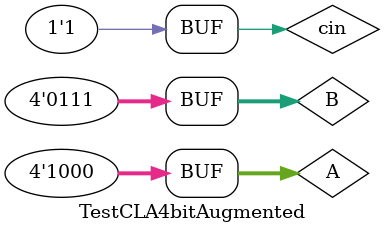
<source format=v>
`timescale 1ns / 1ps


module TestCLA4bitAugmented;

	// Inputs
	reg [3:0] A;
	reg [3:0] B;
	reg cin;

	// Outputs
	wire [3:0] sum;
	wire Pout;
	wire Gout;

	// Instantiate the Unit Under Test (UUT)
	CLA4bitAugmented uut (
		.A(A), 
		.B(B), 
		.cin(cin), 
		.sum(sum), 
		.Pout(Pout), 
		.Gout(Gout)
	);

	initial begin
		// Initialize Inputs
		// general case
		A = 4'd8; B = 4'd5; cin = 0;
		#100;
		A = 4'd2; B = 4'd3; cin = 0;
		#100;
		A = 4'd2; B = 4'd3; cin = 1;
		#100;

		// corner case
		A = 4'd10; B = 4'd5; cin = 0;
		#100;
		A = 4'd10; B = 4'd5; cin = 1;
		#100;
		A = 4'd8; B = 4'd7; cin = 0;
		#100;
		A = 4'd8; B = 4'd7; cin = 1;
	end
      
endmodule


</source>
